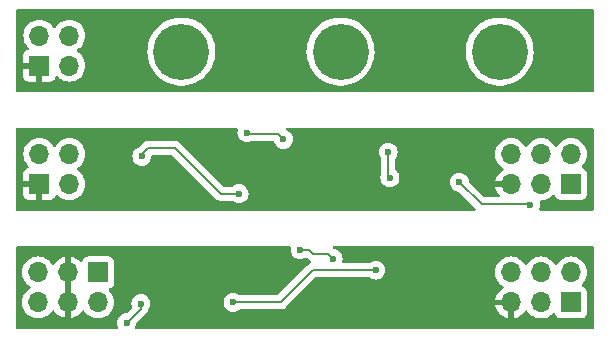
<source format=gbr>
%TF.GenerationSoftware,KiCad,Pcbnew,8.0.6*%
%TF.CreationDate,2024-11-25T15:59:32+01:00*%
%TF.ProjectId,EMG_amplifier,454d475f-616d-4706-9c69-666965722e6b,rev?*%
%TF.SameCoordinates,Original*%
%TF.FileFunction,Copper,L2,Bot*%
%TF.FilePolarity,Positive*%
%FSLAX46Y46*%
G04 Gerber Fmt 4.6, Leading zero omitted, Abs format (unit mm)*
G04 Created by KiCad (PCBNEW 8.0.6) date 2024-11-25 15:59:32*
%MOMM*%
%LPD*%
G01*
G04 APERTURE LIST*
%TA.AperFunction,ComponentPad*%
%ADD10R,1.700000X1.700000*%
%TD*%
%TA.AperFunction,ComponentPad*%
%ADD11O,1.700000X1.700000*%
%TD*%
%TA.AperFunction,ComponentPad*%
%ADD12C,4.750000*%
%TD*%
%TA.AperFunction,ViaPad*%
%ADD13C,0.600000*%
%TD*%
%TA.AperFunction,Conductor*%
%ADD14C,0.200000*%
%TD*%
G04 APERTURE END LIST*
D10*
%TO.P,J4,1,Pin_1*%
%TO.N,/Filtering_Board/+V_DD*%
X59528000Y-27294600D03*
D11*
%TO.P,J4,2,Pin_2*%
%TO.N,/Filtering_Board/V_F1*%
X59528000Y-24754600D03*
%TO.P,J4,3,Pin_3*%
%TO.N,/Filtering_Board/V_CM*%
X56988000Y-27294600D03*
%TO.P,J4,4,Pin_4*%
%TO.N,/Filtering_Board/V_F2*%
X56988000Y-24754600D03*
%TO.P,J4,5,Pin_5*%
%TO.N,GND*%
X54448000Y-27294600D03*
%TO.P,J4,6,Pin_6*%
%TO.N,unconnected-(J4-Pin_6-Pad6)*%
X54448000Y-24754600D03*
%TD*%
D10*
%TO.P,J7,1,Pin_1*%
%TO.N,unconnected-(J7-Pin_1-Pad1)*%
X19487400Y-34764800D03*
D11*
%TO.P,J7,2,Pin_2*%
%TO.N,/Processing_Board/V_EMG_OUT*%
X19487400Y-37304800D03*
%TO.P,J7,3,Pin_3*%
%TO.N,GND*%
X16947400Y-34764800D03*
%TO.P,J7,4,Pin_4*%
X16947400Y-37304800D03*
%TO.P,J7,5,Pin_5*%
%TO.N,+1V8*%
X14407400Y-34764800D03*
%TO.P,J7,6,Pin_6*%
X14407400Y-37304800D03*
%TD*%
D12*
%TO.P,E3,1,Pin_1*%
%TO.N,/Electrode_Board/V_E2*%
X26531600Y-16067200D03*
%TD*%
%TO.P,E2,1,Pin_1*%
%TO.N,/Electrode_Board/V_ER*%
X40000400Y-16067200D03*
%TD*%
%TO.P,E1,1,Pin_1*%
%TO.N,/Electrode_Board/V_E1*%
X53469200Y-16067200D03*
%TD*%
D10*
%TO.P,J1,1,Pin_1*%
%TO.N,GND*%
X14498800Y-17255000D03*
D11*
%TO.P,J1,2,Pin_2*%
%TO.N,/Electrode_Board/V_I1*%
X17038800Y-17255000D03*
%TO.P,J1,3,Pin_3*%
%TO.N,/Electrode_Board/V_PR*%
X14498800Y-14715000D03*
%TO.P,J1,4,Pin_4*%
%TO.N,/Electrode_Board/V_I2*%
X17038800Y-14715000D03*
%TD*%
D10*
%TO.P,J3,1,Pin_1*%
%TO.N,+1V8*%
X59528000Y-37309400D03*
D11*
%TO.P,J3,2,Pin_2*%
%TO.N,/Processing_Board/V_F1*%
X59528000Y-34769400D03*
%TO.P,J3,3,Pin_3*%
%TO.N,/Processing_Board/V_CM*%
X56988000Y-37309400D03*
%TO.P,J3,4,Pin_4*%
%TO.N,/Processing_Board/V_F2*%
X56988000Y-34769400D03*
%TO.P,J3,5,Pin_5*%
%TO.N,GND*%
X54448000Y-37309400D03*
%TO.P,J3,6,Pin_6*%
%TO.N,unconnected-(J3-Pin_6-Pad6)*%
X54448000Y-34769400D03*
%TD*%
D10*
%TO.P,J2,1,Pin_1*%
%TO.N,GND*%
X14498800Y-27294600D03*
D11*
%TO.P,J2,2,Pin_2*%
%TO.N,/Filtering_Board/V_I2*%
X17038800Y-27294600D03*
%TO.P,J2,3,Pin_3*%
%TO.N,/Filtering_Board/V_PR*%
X14498800Y-24754600D03*
%TO.P,J2,4,Pin_4*%
%TO.N,/Filtering_Board/V_I1*%
X17038800Y-24754600D03*
%TD*%
D13*
%TO.N,GND*%
X32750000Y-15780000D03*
X21100000Y-14640000D03*
X33550000Y-24370000D03*
X27664550Y-34250000D03*
X14498800Y-19050000D03*
X46470000Y-24660000D03*
X38860000Y-25850000D03*
X52650000Y-33000000D03*
X52474500Y-27694500D03*
X45300000Y-36550000D03*
X51800000Y-25550000D03*
X42140000Y-23560000D03*
X20645000Y-23830000D03*
X25780000Y-36600000D03*
X43620000Y-36530000D03*
X20600000Y-28650000D03*
X52840000Y-38040000D03*
X30110000Y-33090000D03*
X48560000Y-27990000D03*
X47290000Y-15700000D03*
X14513600Y-29109000D03*
X39560000Y-35660000D03*
X34250000Y-34380000D03*
X29694550Y-35960000D03*
X23100000Y-28710000D03*
%TO.N,/Filtering_Board/V_PR*%
X32065000Y-22930000D03*
X35170000Y-23500000D03*
%TO.N,/Processing_Board/LPF_400Hz/V_EMG_INA*%
X30900000Y-37300000D03*
X42980000Y-34570000D03*
%TO.N,Net-(U3-IN+)*%
X39380000Y-33600000D03*
X36600000Y-32840600D03*
%TO.N,+1V8*%
X23100000Y-37400000D03*
X21900000Y-39020000D03*
%TO.N,Net-(U8--INA)*%
X23180000Y-24940000D03*
X31410000Y-28100000D03*
%TO.N,/Filtering_Board/V_CM*%
X56080000Y-29020000D03*
X50060000Y-27120000D03*
%TO.N,/Filtering_Board/+V_DD*%
X44185000Y-26735000D03*
X44040000Y-24580000D03*
%TD*%
D14*
%TO.N,Net-(U8--INA)*%
X25960000Y-24200000D02*
X29860000Y-28100000D01*
X29860000Y-28100000D02*
X31410000Y-28100000D01*
X23730000Y-24200000D02*
X25960000Y-24200000D01*
X23180000Y-24750000D02*
X23730000Y-24200000D01*
X23180000Y-24940000D02*
X23180000Y-24750000D01*
%TO.N,/Filtering_Board/V_PR*%
X34730000Y-23060000D02*
X35170000Y-23500000D01*
X32065000Y-22930000D02*
X32195000Y-23060000D01*
X32195000Y-23060000D02*
X34730000Y-23060000D01*
%TO.N,/Processing_Board/LPF_400Hz/V_EMG_INA*%
X34920000Y-37300000D02*
X37670000Y-34550000D01*
X30900000Y-37300000D02*
X34920000Y-37300000D01*
X42960000Y-34550000D02*
X42980000Y-34570000D01*
X37670000Y-34550000D02*
X42960000Y-34550000D01*
%TO.N,+1V8*%
X23100000Y-37400000D02*
X23100000Y-37820000D01*
X23100000Y-37820000D02*
X21900000Y-39020000D01*
%TO.N,/Filtering_Board/V_CM*%
X51942000Y-29002000D02*
X56062000Y-29002000D01*
X50060000Y-27120000D02*
X51942000Y-29002000D01*
X56062000Y-29002000D02*
X56080000Y-29020000D01*
%TO.N,/Filtering_Board/+V_DD*%
X44185000Y-26735000D02*
X44040000Y-26590000D01*
X44040000Y-26590000D02*
X44040000Y-24580000D01*
%TO.N,Net-(U3-IN+)*%
X39380000Y-33600000D02*
X38970000Y-33190000D01*
X37329400Y-32840600D02*
X36600000Y-32840600D01*
X38970000Y-33190000D02*
X37678800Y-33190000D01*
X37678800Y-33190000D02*
X37329400Y-32840600D01*
%TD*%
%TA.AperFunction,Conductor*%
%TO.N,GND*%
G36*
X61413939Y-12520185D02*
G01*
X61459694Y-12572989D01*
X61470900Y-12624500D01*
X61470900Y-19376500D01*
X61451215Y-19443539D01*
X61398411Y-19489294D01*
X61346900Y-19500500D01*
X12624500Y-19500500D01*
X12557461Y-19480815D01*
X12511706Y-19428011D01*
X12500500Y-19376500D01*
X12500500Y-14714999D01*
X13143141Y-14714999D01*
X13143141Y-14715000D01*
X13163736Y-14950403D01*
X13163738Y-14950413D01*
X13224894Y-15178655D01*
X13224896Y-15178659D01*
X13224897Y-15178663D01*
X13228800Y-15187032D01*
X13324765Y-15392830D01*
X13324767Y-15392834D01*
X13433081Y-15547521D01*
X13460301Y-15586396D01*
X13460306Y-15586402D01*
X13582618Y-15708714D01*
X13616103Y-15770037D01*
X13611119Y-15839729D01*
X13569247Y-15895662D01*
X13538271Y-15912577D01*
X13406712Y-15961646D01*
X13406706Y-15961649D01*
X13291612Y-16047809D01*
X13291609Y-16047812D01*
X13205449Y-16162906D01*
X13205445Y-16162913D01*
X13155203Y-16297620D01*
X13155201Y-16297627D01*
X13148800Y-16357155D01*
X13148800Y-17005000D01*
X14065788Y-17005000D01*
X14032875Y-17062007D01*
X13998800Y-17189174D01*
X13998800Y-17320826D01*
X14032875Y-17447993D01*
X14065788Y-17505000D01*
X13148800Y-17505000D01*
X13148800Y-18152844D01*
X13155201Y-18212372D01*
X13155203Y-18212379D01*
X13205445Y-18347086D01*
X13205449Y-18347093D01*
X13291609Y-18462187D01*
X13291612Y-18462190D01*
X13406706Y-18548350D01*
X13406713Y-18548354D01*
X13541420Y-18598596D01*
X13541427Y-18598598D01*
X13600955Y-18604999D01*
X13600972Y-18605000D01*
X14248800Y-18605000D01*
X14248800Y-17688012D01*
X14305807Y-17720925D01*
X14432974Y-17755000D01*
X14564626Y-17755000D01*
X14691793Y-17720925D01*
X14748800Y-17688012D01*
X14748800Y-18605000D01*
X15396628Y-18605000D01*
X15396644Y-18604999D01*
X15456172Y-18598598D01*
X15456179Y-18598596D01*
X15590886Y-18548354D01*
X15590893Y-18548350D01*
X15705987Y-18462190D01*
X15705990Y-18462187D01*
X15792150Y-18347093D01*
X15792154Y-18347086D01*
X15841222Y-18215529D01*
X15883093Y-18159595D01*
X15948557Y-18135178D01*
X16016830Y-18150030D01*
X16045085Y-18171181D01*
X16167399Y-18293495D01*
X16243935Y-18347086D01*
X16360965Y-18429032D01*
X16360967Y-18429033D01*
X16360970Y-18429035D01*
X16575137Y-18528903D01*
X16803392Y-18590063D01*
X16974119Y-18605000D01*
X17038799Y-18610659D01*
X17038800Y-18610659D01*
X17038801Y-18610659D01*
X17103481Y-18605000D01*
X17274208Y-18590063D01*
X17502463Y-18528903D01*
X17716630Y-18429035D01*
X17910201Y-18293495D01*
X18077295Y-18126401D01*
X18212835Y-17932830D01*
X18312703Y-17718663D01*
X18373863Y-17490408D01*
X18394459Y-17255000D01*
X18373863Y-17019592D01*
X18312703Y-16791337D01*
X18212835Y-16577171D01*
X18077295Y-16383599D01*
X18077294Y-16383597D01*
X17910202Y-16216506D01*
X17910196Y-16216501D01*
X17724642Y-16086575D01*
X17709152Y-16067196D01*
X23651227Y-16067196D01*
X23651227Y-16067203D01*
X23670703Y-16401591D01*
X23670704Y-16401602D01*
X23728864Y-16731442D01*
X23728867Y-16731456D01*
X23728868Y-16731460D01*
X23746117Y-16789075D01*
X23824934Y-17052345D01*
X23957601Y-17359900D01*
X23957607Y-17359913D01*
X24125086Y-17649996D01*
X24325102Y-17918664D01*
X24325107Y-17918670D01*
X24443820Y-18044498D01*
X24554968Y-18162307D01*
X24554974Y-18162312D01*
X24554976Y-18162314D01*
X24811558Y-18377612D01*
X24811566Y-18377618D01*
X25091409Y-18561674D01*
X25091413Y-18561676D01*
X25390743Y-18712005D01*
X25705500Y-18826567D01*
X25705506Y-18826568D01*
X25705508Y-18826569D01*
X26031412Y-18903811D01*
X26031419Y-18903812D01*
X26031428Y-18903814D01*
X26364121Y-18942700D01*
X26364128Y-18942700D01*
X26699072Y-18942700D01*
X26699079Y-18942700D01*
X27031772Y-18903814D01*
X27031781Y-18903811D01*
X27031787Y-18903811D01*
X27294676Y-18841504D01*
X27357700Y-18826567D01*
X27672457Y-18712005D01*
X27971787Y-18561676D01*
X28251639Y-18377614D01*
X28508232Y-18162307D01*
X28738094Y-17918668D01*
X28938117Y-17649991D01*
X29105595Y-17359909D01*
X29238265Y-17052346D01*
X29334332Y-16731460D01*
X29392497Y-16401591D01*
X29411772Y-16070659D01*
X29411973Y-16067203D01*
X29411973Y-16067196D01*
X37120027Y-16067196D01*
X37120027Y-16067203D01*
X37139503Y-16401591D01*
X37139504Y-16401602D01*
X37197664Y-16731442D01*
X37197667Y-16731456D01*
X37197668Y-16731460D01*
X37214917Y-16789075D01*
X37293734Y-17052345D01*
X37426401Y-17359900D01*
X37426407Y-17359913D01*
X37593886Y-17649996D01*
X37793902Y-17918664D01*
X37793907Y-17918670D01*
X37912620Y-18044498D01*
X38023768Y-18162307D01*
X38023774Y-18162312D01*
X38023776Y-18162314D01*
X38280358Y-18377612D01*
X38280366Y-18377618D01*
X38560209Y-18561674D01*
X38560213Y-18561676D01*
X38859543Y-18712005D01*
X39174300Y-18826567D01*
X39174306Y-18826568D01*
X39174308Y-18826569D01*
X39500212Y-18903811D01*
X39500219Y-18903812D01*
X39500228Y-18903814D01*
X39832921Y-18942700D01*
X39832928Y-18942700D01*
X40167872Y-18942700D01*
X40167879Y-18942700D01*
X40500572Y-18903814D01*
X40500581Y-18903811D01*
X40500587Y-18903811D01*
X40763476Y-18841504D01*
X40826500Y-18826567D01*
X41141257Y-18712005D01*
X41440587Y-18561676D01*
X41720439Y-18377614D01*
X41977032Y-18162307D01*
X42206894Y-17918668D01*
X42406917Y-17649991D01*
X42574395Y-17359909D01*
X42707065Y-17052346D01*
X42803132Y-16731460D01*
X42861297Y-16401591D01*
X42880572Y-16070659D01*
X42880773Y-16067203D01*
X42880773Y-16067196D01*
X50588827Y-16067196D01*
X50588827Y-16067203D01*
X50608303Y-16401591D01*
X50608304Y-16401602D01*
X50666464Y-16731442D01*
X50666467Y-16731456D01*
X50666468Y-16731460D01*
X50683717Y-16789075D01*
X50762534Y-17052345D01*
X50895201Y-17359900D01*
X50895207Y-17359913D01*
X51062686Y-17649996D01*
X51262702Y-17918664D01*
X51262707Y-17918670D01*
X51381420Y-18044498D01*
X51492568Y-18162307D01*
X51492574Y-18162312D01*
X51492576Y-18162314D01*
X51749158Y-18377612D01*
X51749166Y-18377618D01*
X52029009Y-18561674D01*
X52029013Y-18561676D01*
X52328343Y-18712005D01*
X52643100Y-18826567D01*
X52643106Y-18826568D01*
X52643108Y-18826569D01*
X52969012Y-18903811D01*
X52969019Y-18903812D01*
X52969028Y-18903814D01*
X53301721Y-18942700D01*
X53301728Y-18942700D01*
X53636672Y-18942700D01*
X53636679Y-18942700D01*
X53969372Y-18903814D01*
X53969381Y-18903811D01*
X53969387Y-18903811D01*
X54232276Y-18841504D01*
X54295300Y-18826567D01*
X54610057Y-18712005D01*
X54909387Y-18561676D01*
X55189239Y-18377614D01*
X55445832Y-18162307D01*
X55675694Y-17918668D01*
X55875717Y-17649991D01*
X56043195Y-17359909D01*
X56175865Y-17052346D01*
X56271932Y-16731460D01*
X56330097Y-16401591D01*
X56349372Y-16070659D01*
X56349573Y-16067203D01*
X56349573Y-16067196D01*
X56338869Y-15883425D01*
X56330097Y-15732809D01*
X56271932Y-15402940D01*
X56175865Y-15082054D01*
X56043195Y-14774491D01*
X55875717Y-14484409D01*
X55872131Y-14479592D01*
X55675697Y-14215735D01*
X55675692Y-14215729D01*
X55564546Y-14097923D01*
X55445832Y-13972093D01*
X55445825Y-13972087D01*
X55445823Y-13972085D01*
X55189241Y-13756787D01*
X55189233Y-13756781D01*
X54909390Y-13572725D01*
X54610064Y-13422398D01*
X54610058Y-13422395D01*
X54295312Y-13307837D01*
X54295291Y-13307830D01*
X53969387Y-13230588D01*
X53969372Y-13230586D01*
X53636679Y-13191700D01*
X53301721Y-13191700D01*
X53010614Y-13225725D01*
X52969027Y-13230586D01*
X52969012Y-13230588D01*
X52643108Y-13307830D01*
X52643087Y-13307837D01*
X52328341Y-13422395D01*
X52328335Y-13422398D01*
X52029009Y-13572725D01*
X51749166Y-13756781D01*
X51749158Y-13756787D01*
X51492576Y-13972085D01*
X51492566Y-13972095D01*
X51262707Y-14215729D01*
X51262702Y-14215735D01*
X51062686Y-14484403D01*
X50895207Y-14774486D01*
X50895201Y-14774499D01*
X50762534Y-15082054D01*
X50666467Y-15402943D01*
X50666464Y-15402957D01*
X50608304Y-15732797D01*
X50608303Y-15732808D01*
X50588827Y-16067196D01*
X42880773Y-16067196D01*
X42870069Y-15883425D01*
X42861297Y-15732809D01*
X42803132Y-15402940D01*
X42707065Y-15082054D01*
X42574395Y-14774491D01*
X42406917Y-14484409D01*
X42403331Y-14479592D01*
X42206897Y-14215735D01*
X42206892Y-14215729D01*
X42095746Y-14097923D01*
X41977032Y-13972093D01*
X41977025Y-13972087D01*
X41977023Y-13972085D01*
X41720441Y-13756787D01*
X41720433Y-13756781D01*
X41440590Y-13572725D01*
X41141264Y-13422398D01*
X41141258Y-13422395D01*
X40826512Y-13307837D01*
X40826491Y-13307830D01*
X40500587Y-13230588D01*
X40500572Y-13230586D01*
X40167879Y-13191700D01*
X39832921Y-13191700D01*
X39541814Y-13225725D01*
X39500227Y-13230586D01*
X39500212Y-13230588D01*
X39174308Y-13307830D01*
X39174287Y-13307837D01*
X38859541Y-13422395D01*
X38859535Y-13422398D01*
X38560209Y-13572725D01*
X38280366Y-13756781D01*
X38280358Y-13756787D01*
X38023776Y-13972085D01*
X38023766Y-13972095D01*
X37793907Y-14215729D01*
X37793902Y-14215735D01*
X37593886Y-14484403D01*
X37426407Y-14774486D01*
X37426401Y-14774499D01*
X37293734Y-15082054D01*
X37197667Y-15402943D01*
X37197664Y-15402957D01*
X37139504Y-15732797D01*
X37139503Y-15732808D01*
X37120027Y-16067196D01*
X29411973Y-16067196D01*
X29401269Y-15883425D01*
X29392497Y-15732809D01*
X29334332Y-15402940D01*
X29238265Y-15082054D01*
X29105595Y-14774491D01*
X28938117Y-14484409D01*
X28934531Y-14479592D01*
X28738097Y-14215735D01*
X28738092Y-14215729D01*
X28626946Y-14097923D01*
X28508232Y-13972093D01*
X28508225Y-13972087D01*
X28508223Y-13972085D01*
X28251641Y-13756787D01*
X28251633Y-13756781D01*
X27971790Y-13572725D01*
X27672464Y-13422398D01*
X27672458Y-13422395D01*
X27357712Y-13307837D01*
X27357691Y-13307830D01*
X27031787Y-13230588D01*
X27031772Y-13230586D01*
X26699079Y-13191700D01*
X26364121Y-13191700D01*
X26073014Y-13225725D01*
X26031427Y-13230586D01*
X26031412Y-13230588D01*
X25705508Y-13307830D01*
X25705487Y-13307837D01*
X25390741Y-13422395D01*
X25390735Y-13422398D01*
X25091409Y-13572725D01*
X24811566Y-13756781D01*
X24811558Y-13756787D01*
X24554976Y-13972085D01*
X24554966Y-13972095D01*
X24325107Y-14215729D01*
X24325102Y-14215735D01*
X24125086Y-14484403D01*
X23957607Y-14774486D01*
X23957601Y-14774499D01*
X23824934Y-15082054D01*
X23728867Y-15402943D01*
X23728864Y-15402957D01*
X23670704Y-15732797D01*
X23670703Y-15732808D01*
X23651227Y-16067196D01*
X17709152Y-16067196D01*
X17681017Y-16031998D01*
X17673823Y-15962500D01*
X17705346Y-15900145D01*
X17724642Y-15883425D01*
X17836300Y-15805241D01*
X17910201Y-15753495D01*
X18077295Y-15586401D01*
X18212835Y-15392830D01*
X18312703Y-15178663D01*
X18373863Y-14950408D01*
X18394459Y-14715000D01*
X18373863Y-14479592D01*
X18312703Y-14251337D01*
X18212835Y-14037171D01*
X18207225Y-14029158D01*
X18077294Y-13843597D01*
X17910202Y-13676506D01*
X17910195Y-13676501D01*
X17716634Y-13540967D01*
X17716630Y-13540965D01*
X17716628Y-13540964D01*
X17502463Y-13441097D01*
X17502459Y-13441096D01*
X17502455Y-13441094D01*
X17274213Y-13379938D01*
X17274203Y-13379936D01*
X17038801Y-13359341D01*
X17038799Y-13359341D01*
X16803396Y-13379936D01*
X16803386Y-13379938D01*
X16575144Y-13441094D01*
X16575135Y-13441098D01*
X16360971Y-13540964D01*
X16360969Y-13540965D01*
X16167397Y-13676505D01*
X16000305Y-13843597D01*
X15870375Y-14029158D01*
X15815798Y-14072783D01*
X15746300Y-14079977D01*
X15683945Y-14048454D01*
X15667225Y-14029158D01*
X15537294Y-13843597D01*
X15370202Y-13676506D01*
X15370195Y-13676501D01*
X15176634Y-13540967D01*
X15176630Y-13540965D01*
X15176628Y-13540964D01*
X14962463Y-13441097D01*
X14962459Y-13441096D01*
X14962455Y-13441094D01*
X14734213Y-13379938D01*
X14734203Y-13379936D01*
X14498801Y-13359341D01*
X14498799Y-13359341D01*
X14263396Y-13379936D01*
X14263386Y-13379938D01*
X14035144Y-13441094D01*
X14035135Y-13441098D01*
X13820971Y-13540964D01*
X13820969Y-13540965D01*
X13627397Y-13676505D01*
X13460305Y-13843597D01*
X13324765Y-14037169D01*
X13324764Y-14037171D01*
X13224898Y-14251335D01*
X13224894Y-14251344D01*
X13163738Y-14479586D01*
X13163736Y-14479596D01*
X13143141Y-14714999D01*
X12500500Y-14714999D01*
X12500500Y-12624500D01*
X12520185Y-12557461D01*
X12572989Y-12511706D01*
X12624500Y-12500500D01*
X61346900Y-12500500D01*
X61413939Y-12520185D01*
G37*
%TD.AperFunction*%
%TD*%
%TA.AperFunction,Conductor*%
%TO.N,GND*%
G36*
X17197400Y-36871788D02*
G01*
X17140393Y-36838875D01*
X17013226Y-36804800D01*
X16881574Y-36804800D01*
X16754407Y-36838875D01*
X16697400Y-36871788D01*
X16697400Y-35197812D01*
X16754407Y-35230725D01*
X16881574Y-35264800D01*
X17013226Y-35264800D01*
X17140393Y-35230725D01*
X17197400Y-35197812D01*
X17197400Y-36871788D01*
G37*
%TD.AperFunction*%
%TA.AperFunction,Conductor*%
G36*
X35756463Y-32560785D02*
G01*
X35802218Y-32613589D01*
X35812644Y-32678983D01*
X35794435Y-32840596D01*
X35794435Y-32840603D01*
X35814630Y-33019849D01*
X35814631Y-33019854D01*
X35874211Y-33190123D01*
X35912134Y-33250476D01*
X35970184Y-33342862D01*
X36097738Y-33470416D01*
X36176727Y-33520048D01*
X36238266Y-33558716D01*
X36250478Y-33566389D01*
X36420745Y-33625968D01*
X36420750Y-33625969D01*
X36599996Y-33646165D01*
X36600000Y-33646165D01*
X36600004Y-33646165D01*
X36779249Y-33625969D01*
X36779252Y-33625968D01*
X36779255Y-33625968D01*
X36949522Y-33566389D01*
X37023273Y-33520047D01*
X37090509Y-33501048D01*
X37157345Y-33521415D01*
X37176926Y-33537361D01*
X37193939Y-33554374D01*
X37193949Y-33554385D01*
X37198279Y-33558715D01*
X37198280Y-33558716D01*
X37310084Y-33670520D01*
X37396895Y-33720639D01*
X37396897Y-33720641D01*
X37447012Y-33749576D01*
X37454525Y-33752688D01*
X37453815Y-33754401D01*
X37504683Y-33785398D01*
X37535220Y-33848240D01*
X37526935Y-33917617D01*
X37482457Y-33971501D01*
X37445041Y-33988593D01*
X37438218Y-33990421D01*
X37438215Y-33990423D01*
X37435032Y-33992261D01*
X37301287Y-34069477D01*
X37301282Y-34069481D01*
X37243581Y-34127183D01*
X37189480Y-34181284D01*
X37189478Y-34181286D01*
X35934819Y-35435946D01*
X34707584Y-36663181D01*
X34646261Y-36696666D01*
X34619903Y-36699500D01*
X31482412Y-36699500D01*
X31415373Y-36679815D01*
X31405097Y-36672445D01*
X31402263Y-36670185D01*
X31402262Y-36670184D01*
X31321432Y-36619395D01*
X31249523Y-36574211D01*
X31079254Y-36514631D01*
X31079249Y-36514630D01*
X30900004Y-36494435D01*
X30899996Y-36494435D01*
X30720750Y-36514630D01*
X30720745Y-36514631D01*
X30550476Y-36574211D01*
X30397737Y-36670184D01*
X30270184Y-36797737D01*
X30174211Y-36950476D01*
X30114631Y-37120745D01*
X30114630Y-37120750D01*
X30094435Y-37299996D01*
X30094435Y-37300003D01*
X30114630Y-37479249D01*
X30114631Y-37479254D01*
X30174211Y-37649523D01*
X30270184Y-37802262D01*
X30397738Y-37929816D01*
X30550478Y-38025789D01*
X30720745Y-38085368D01*
X30720750Y-38085369D01*
X30899996Y-38105565D01*
X30900000Y-38105565D01*
X30900004Y-38105565D01*
X31079249Y-38085369D01*
X31079252Y-38085368D01*
X31079255Y-38085368D01*
X31249522Y-38025789D01*
X31402262Y-37929816D01*
X31402267Y-37929810D01*
X31405097Y-37927555D01*
X31407275Y-37926665D01*
X31408158Y-37926111D01*
X31408255Y-37926265D01*
X31469783Y-37901145D01*
X31482412Y-37900500D01*
X34833331Y-37900500D01*
X34833347Y-37900501D01*
X34840943Y-37900501D01*
X34999054Y-37900501D01*
X34999057Y-37900501D01*
X35151785Y-37859577D01*
X35201904Y-37830639D01*
X35288716Y-37780520D01*
X35400520Y-37668716D01*
X35400520Y-37668714D01*
X35410728Y-37658507D01*
X35410729Y-37658504D01*
X37882416Y-35186819D01*
X37943739Y-35153334D01*
X37970097Y-35150500D01*
X42377060Y-35150500D01*
X42444099Y-35170185D01*
X42464741Y-35186819D01*
X42477738Y-35199816D01*
X42630478Y-35295789D01*
X42800745Y-35355368D01*
X42800750Y-35355369D01*
X42979996Y-35375565D01*
X42980000Y-35375565D01*
X42980004Y-35375565D01*
X43159249Y-35355369D01*
X43159252Y-35355368D01*
X43159255Y-35355368D01*
X43329522Y-35295789D01*
X43482262Y-35199816D01*
X43609816Y-35072262D01*
X43705789Y-34919522D01*
X43758319Y-34769399D01*
X53092341Y-34769399D01*
X53092341Y-34769400D01*
X53112936Y-35004803D01*
X53112938Y-35004813D01*
X53174094Y-35233055D01*
X53174096Y-35233059D01*
X53174097Y-35233063D01*
X53240547Y-35375565D01*
X53273965Y-35447230D01*
X53273967Y-35447234D01*
X53382281Y-35601921D01*
X53409505Y-35640801D01*
X53576599Y-35807895D01*
X53743439Y-35924718D01*
X53762594Y-35938130D01*
X53806219Y-35992707D01*
X53813413Y-36062205D01*
X53781890Y-36124560D01*
X53762595Y-36141280D01*
X53576922Y-36271290D01*
X53576920Y-36271291D01*
X53409891Y-36438320D01*
X53409886Y-36438326D01*
X53274400Y-36631820D01*
X53274399Y-36631822D01*
X53174570Y-36845907D01*
X53174567Y-36845913D01*
X53117364Y-37059399D01*
X53117364Y-37059400D01*
X54014988Y-37059400D01*
X53982075Y-37116407D01*
X53948000Y-37243574D01*
X53948000Y-37375226D01*
X53982075Y-37502393D01*
X54014988Y-37559400D01*
X53117364Y-37559400D01*
X53174567Y-37772886D01*
X53174570Y-37772892D01*
X53274399Y-37986978D01*
X53409894Y-38180482D01*
X53576917Y-38347505D01*
X53770421Y-38483000D01*
X53984507Y-38582829D01*
X53984516Y-38582833D01*
X54198000Y-38640034D01*
X54198000Y-37742412D01*
X54255007Y-37775325D01*
X54382174Y-37809400D01*
X54513826Y-37809400D01*
X54640993Y-37775325D01*
X54698000Y-37742412D01*
X54698000Y-38640033D01*
X54911483Y-38582833D01*
X54911492Y-38582829D01*
X55125578Y-38483000D01*
X55319082Y-38347505D01*
X55486105Y-38180482D01*
X55616119Y-37994805D01*
X55670696Y-37951181D01*
X55740195Y-37943988D01*
X55802549Y-37975510D01*
X55819269Y-37994805D01*
X55949505Y-38180801D01*
X56116599Y-38347895D01*
X56213384Y-38415665D01*
X56310165Y-38483432D01*
X56310167Y-38483433D01*
X56310170Y-38483435D01*
X56524337Y-38583303D01*
X56752592Y-38644463D01*
X56929034Y-38659900D01*
X56987999Y-38665059D01*
X56988000Y-38665059D01*
X56988001Y-38665059D01*
X57046966Y-38659900D01*
X57223408Y-38644463D01*
X57451663Y-38583303D01*
X57665830Y-38483435D01*
X57859401Y-38347895D01*
X57981329Y-38225966D01*
X58042648Y-38192484D01*
X58112340Y-38197468D01*
X58168274Y-38239339D01*
X58185189Y-38270317D01*
X58234202Y-38401728D01*
X58234206Y-38401735D01*
X58320452Y-38516944D01*
X58320455Y-38516947D01*
X58435664Y-38603193D01*
X58435671Y-38603197D01*
X58570517Y-38653491D01*
X58570516Y-38653491D01*
X58577444Y-38654235D01*
X58630127Y-38659900D01*
X60425872Y-38659899D01*
X60485483Y-38653491D01*
X60620331Y-38603196D01*
X60735546Y-38516946D01*
X60821796Y-38401731D01*
X60872091Y-38266883D01*
X60878500Y-38207273D01*
X60878499Y-36411528D01*
X60872091Y-36351917D01*
X60870810Y-36348483D01*
X60821797Y-36217071D01*
X60821793Y-36217064D01*
X60735547Y-36101855D01*
X60735544Y-36101852D01*
X60620335Y-36015606D01*
X60620328Y-36015602D01*
X60488917Y-35966589D01*
X60432983Y-35924718D01*
X60408566Y-35859253D01*
X60423418Y-35790980D01*
X60444563Y-35762732D01*
X60566495Y-35640801D01*
X60702035Y-35447230D01*
X60801903Y-35233063D01*
X60863063Y-35004808D01*
X60883659Y-34769400D01*
X60883256Y-34764799D01*
X60866371Y-34571807D01*
X60863063Y-34533992D01*
X60801903Y-34305737D01*
X60702035Y-34091571D01*
X60696425Y-34083558D01*
X60566494Y-33897997D01*
X60399402Y-33730906D01*
X60399395Y-33730901D01*
X60393375Y-33726686D01*
X60315939Y-33672464D01*
X60205834Y-33595367D01*
X60205830Y-33595365D01*
X60143691Y-33566389D01*
X59991663Y-33495497D01*
X59991659Y-33495496D01*
X59991655Y-33495494D01*
X59763413Y-33434338D01*
X59763403Y-33434336D01*
X59528001Y-33413741D01*
X59527999Y-33413741D01*
X59292596Y-33434336D01*
X59292586Y-33434338D01*
X59064344Y-33495494D01*
X59064335Y-33495498D01*
X58850171Y-33595364D01*
X58850169Y-33595365D01*
X58656597Y-33730905D01*
X58489505Y-33897997D01*
X58359575Y-34083558D01*
X58304998Y-34127183D01*
X58235500Y-34134377D01*
X58173145Y-34102854D01*
X58156425Y-34083558D01*
X58026494Y-33897997D01*
X57859402Y-33730906D01*
X57859395Y-33730901D01*
X57853375Y-33726686D01*
X57775939Y-33672464D01*
X57665834Y-33595367D01*
X57665830Y-33595365D01*
X57603691Y-33566389D01*
X57451663Y-33495497D01*
X57451659Y-33495496D01*
X57451655Y-33495494D01*
X57223413Y-33434338D01*
X57223403Y-33434336D01*
X56988001Y-33413741D01*
X56987999Y-33413741D01*
X56752596Y-33434336D01*
X56752586Y-33434338D01*
X56524344Y-33495494D01*
X56524335Y-33495498D01*
X56310171Y-33595364D01*
X56310169Y-33595365D01*
X56116597Y-33730905D01*
X55949505Y-33897997D01*
X55819575Y-34083558D01*
X55764998Y-34127183D01*
X55695500Y-34134377D01*
X55633145Y-34102854D01*
X55616425Y-34083558D01*
X55486494Y-33897997D01*
X55319402Y-33730906D01*
X55319395Y-33730901D01*
X55313375Y-33726686D01*
X55235939Y-33672464D01*
X55125834Y-33595367D01*
X55125830Y-33595365D01*
X55063691Y-33566389D01*
X54911663Y-33495497D01*
X54911659Y-33495496D01*
X54911655Y-33495494D01*
X54683413Y-33434338D01*
X54683403Y-33434336D01*
X54448001Y-33413741D01*
X54447999Y-33413741D01*
X54212596Y-33434336D01*
X54212586Y-33434338D01*
X53984344Y-33495494D01*
X53984335Y-33495498D01*
X53770171Y-33595364D01*
X53770169Y-33595365D01*
X53576597Y-33730905D01*
X53409505Y-33897997D01*
X53273965Y-34091569D01*
X53273964Y-34091571D01*
X53174098Y-34305735D01*
X53174094Y-34305744D01*
X53112938Y-34533986D01*
X53112936Y-34533996D01*
X53092341Y-34769399D01*
X43758319Y-34769399D01*
X43765368Y-34749255D01*
X43765369Y-34749249D01*
X43785565Y-34570003D01*
X43785565Y-34569996D01*
X43765369Y-34390750D01*
X43765368Y-34390745D01*
X43733221Y-34298875D01*
X43705789Y-34220478D01*
X43609816Y-34067738D01*
X43482262Y-33940184D01*
X43329523Y-33844211D01*
X43159254Y-33784631D01*
X43159249Y-33784630D01*
X42980004Y-33764435D01*
X42979996Y-33764435D01*
X42800750Y-33784630D01*
X42800745Y-33784631D01*
X42630477Y-33844211D01*
X42578277Y-33877011D01*
X42494241Y-33929815D01*
X42493160Y-33930494D01*
X42427188Y-33949500D01*
X40280559Y-33949500D01*
X40213520Y-33929815D01*
X40167765Y-33877011D01*
X40157821Y-33807853D01*
X40163517Y-33784546D01*
X40165367Y-33779257D01*
X40165368Y-33779255D01*
X40167038Y-33764435D01*
X40185565Y-33600003D01*
X40185565Y-33599996D01*
X40165369Y-33420750D01*
X40165368Y-33420745D01*
X40161308Y-33409141D01*
X40105789Y-33250478D01*
X40009816Y-33097738D01*
X39882262Y-32970184D01*
X39729521Y-32874210D01*
X39559249Y-32814630D01*
X39472331Y-32804837D01*
X39407917Y-32777770D01*
X39398534Y-32769298D01*
X39382017Y-32752781D01*
X39348532Y-32691458D01*
X39353516Y-32621766D01*
X39395388Y-32565833D01*
X39460852Y-32541416D01*
X39469698Y-32541100D01*
X61346900Y-32541100D01*
X61413939Y-32560785D01*
X61459694Y-32613589D01*
X61470900Y-32665100D01*
X61470900Y-39412100D01*
X61451215Y-39479139D01*
X61398411Y-39524894D01*
X61346900Y-39536100D01*
X22742263Y-39536100D01*
X22675224Y-39516415D01*
X22629469Y-39463611D01*
X22619525Y-39394453D01*
X22625221Y-39371146D01*
X22637714Y-39335441D01*
X22685368Y-39199255D01*
X22695161Y-39112329D01*
X22722226Y-39047918D01*
X22730690Y-39038543D01*
X23468713Y-38300521D01*
X23468716Y-38300520D01*
X23580520Y-38188716D01*
X23630639Y-38101904D01*
X23659577Y-38051785D01*
X23679996Y-37975574D01*
X23712093Y-37919984D01*
X23729816Y-37902262D01*
X23825789Y-37749522D01*
X23885368Y-37579255D01*
X23887605Y-37559400D01*
X23905565Y-37400003D01*
X23905565Y-37399996D01*
X23885369Y-37220750D01*
X23885368Y-37220745D01*
X23850376Y-37120745D01*
X23825789Y-37050478D01*
X23729816Y-36897738D01*
X23602262Y-36770184D01*
X23449523Y-36674211D01*
X23279254Y-36614631D01*
X23279249Y-36614630D01*
X23100004Y-36594435D01*
X23099996Y-36594435D01*
X22920750Y-36614630D01*
X22920745Y-36614631D01*
X22750476Y-36674211D01*
X22597737Y-36770184D01*
X22470184Y-36897737D01*
X22374211Y-37050476D01*
X22314631Y-37220745D01*
X22314630Y-37220750D01*
X22294435Y-37399996D01*
X22294435Y-37400003D01*
X22314630Y-37579246D01*
X22314632Y-37579257D01*
X22334747Y-37636740D01*
X22338309Y-37706519D01*
X22305387Y-37765376D01*
X21881465Y-38189298D01*
X21820142Y-38222783D01*
X21807668Y-38224837D01*
X21720750Y-38234630D01*
X21550478Y-38294210D01*
X21397737Y-38390184D01*
X21270184Y-38517737D01*
X21174211Y-38670476D01*
X21114631Y-38840745D01*
X21114630Y-38840750D01*
X21094435Y-39019996D01*
X21094435Y-39020003D01*
X21114630Y-39199249D01*
X21114631Y-39199254D01*
X21174779Y-39371145D01*
X21178340Y-39440924D01*
X21143611Y-39501552D01*
X21081618Y-39533779D01*
X21057737Y-39536100D01*
X12624500Y-39536100D01*
X12557461Y-39516415D01*
X12511706Y-39463611D01*
X12500500Y-39412100D01*
X12500500Y-34764799D01*
X13051741Y-34764799D01*
X13051741Y-34764800D01*
X13072336Y-35000203D01*
X13072338Y-35000213D01*
X13133494Y-35228455D01*
X13133496Y-35228459D01*
X13133497Y-35228463D01*
X13215549Y-35404423D01*
X13233365Y-35442630D01*
X13233367Y-35442634D01*
X13341681Y-35597321D01*
X13368901Y-35636196D01*
X13368906Y-35636202D01*
X13535997Y-35803293D01*
X13536003Y-35803298D01*
X13721558Y-35933225D01*
X13765183Y-35987802D01*
X13772377Y-36057300D01*
X13740854Y-36119655D01*
X13721558Y-36136375D01*
X13535997Y-36266305D01*
X13368905Y-36433397D01*
X13233365Y-36626969D01*
X13233364Y-36626971D01*
X13133498Y-36841135D01*
X13133494Y-36841144D01*
X13072338Y-37069386D01*
X13072336Y-37069396D01*
X13051741Y-37304799D01*
X13051741Y-37304800D01*
X13072336Y-37540203D01*
X13072338Y-37540213D01*
X13133494Y-37768455D01*
X13133496Y-37768459D01*
X13133497Y-37768463D01*
X13215346Y-37943988D01*
X13233365Y-37982630D01*
X13233367Y-37982634D01*
X13316889Y-38101915D01*
X13368905Y-38176201D01*
X13535999Y-38343295D01*
X13619450Y-38401728D01*
X13729565Y-38478832D01*
X13729567Y-38478833D01*
X13729570Y-38478835D01*
X13943737Y-38578703D01*
X13943743Y-38578704D01*
X13943744Y-38578705D01*
X13960912Y-38583305D01*
X14171992Y-38639863D01*
X14360318Y-38656339D01*
X14407399Y-38660459D01*
X14407400Y-38660459D01*
X14407401Y-38660459D01*
X14446634Y-38657026D01*
X14642808Y-38639863D01*
X14871063Y-38578703D01*
X15085230Y-38478835D01*
X15278801Y-38343295D01*
X15445895Y-38176201D01*
X15576130Y-37990205D01*
X15630707Y-37946581D01*
X15700205Y-37939387D01*
X15762560Y-37970910D01*
X15779279Y-37990205D01*
X15909290Y-38175878D01*
X16076317Y-38342905D01*
X16269821Y-38478400D01*
X16483907Y-38578229D01*
X16483916Y-38578233D01*
X16697400Y-38635434D01*
X16697400Y-37737812D01*
X16754407Y-37770725D01*
X16881574Y-37804800D01*
X17013226Y-37804800D01*
X17140393Y-37770725D01*
X17197400Y-37737812D01*
X17197400Y-38635433D01*
X17410883Y-38578233D01*
X17410892Y-38578229D01*
X17624978Y-38478400D01*
X17818482Y-38342905D01*
X17985505Y-38175882D01*
X18115519Y-37990205D01*
X18170096Y-37946581D01*
X18239595Y-37939388D01*
X18301949Y-37970910D01*
X18318669Y-37990205D01*
X18448905Y-38176201D01*
X18615999Y-38343295D01*
X18699450Y-38401728D01*
X18809565Y-38478832D01*
X18809567Y-38478833D01*
X18809570Y-38478835D01*
X19023737Y-38578703D01*
X19023743Y-38578704D01*
X19023744Y-38578705D01*
X19040912Y-38583305D01*
X19251992Y-38639863D01*
X19440318Y-38656339D01*
X19487399Y-38660459D01*
X19487400Y-38660459D01*
X19487401Y-38660459D01*
X19526634Y-38657026D01*
X19722808Y-38639863D01*
X19951063Y-38578703D01*
X20165230Y-38478835D01*
X20358801Y-38343295D01*
X20525895Y-38176201D01*
X20661435Y-37982630D01*
X20761303Y-37768463D01*
X20822463Y-37540208D01*
X20843059Y-37304800D01*
X20822463Y-37069392D01*
X20762536Y-36845737D01*
X20761305Y-36841144D01*
X20761304Y-36841143D01*
X20761303Y-36841137D01*
X20661435Y-36626971D01*
X20659351Y-36623995D01*
X20525896Y-36433400D01*
X20485326Y-36392830D01*
X20403967Y-36311471D01*
X20370484Y-36250151D01*
X20375468Y-36180459D01*
X20417339Y-36124525D01*
X20448315Y-36107610D01*
X20579731Y-36058596D01*
X20694946Y-35972346D01*
X20781196Y-35857131D01*
X20831491Y-35722283D01*
X20837900Y-35662673D01*
X20837899Y-33866928D01*
X20831491Y-33807317D01*
X20830402Y-33804398D01*
X20781197Y-33672471D01*
X20781193Y-33672464D01*
X20694947Y-33557255D01*
X20694944Y-33557252D01*
X20579735Y-33471006D01*
X20579728Y-33471002D01*
X20444882Y-33420708D01*
X20444883Y-33420708D01*
X20385283Y-33414301D01*
X20385281Y-33414300D01*
X20385273Y-33414300D01*
X20385264Y-33414300D01*
X18589529Y-33414300D01*
X18589523Y-33414301D01*
X18529916Y-33420708D01*
X18395071Y-33471002D01*
X18395064Y-33471006D01*
X18279855Y-33557252D01*
X18279852Y-33557255D01*
X18193606Y-33672464D01*
X18193602Y-33672471D01*
X18144397Y-33804398D01*
X18102526Y-33860332D01*
X18037061Y-33884749D01*
X17968788Y-33869897D01*
X17940534Y-33848746D01*
X17818482Y-33726694D01*
X17624978Y-33591199D01*
X17410892Y-33491370D01*
X17410886Y-33491367D01*
X17197400Y-33434164D01*
X17197400Y-34331788D01*
X17140393Y-34298875D01*
X17013226Y-34264800D01*
X16881574Y-34264800D01*
X16754407Y-34298875D01*
X16697400Y-34331788D01*
X16697400Y-33434164D01*
X16697399Y-33434164D01*
X16483913Y-33491367D01*
X16483907Y-33491370D01*
X16269822Y-33591199D01*
X16269820Y-33591200D01*
X16076326Y-33726686D01*
X16076320Y-33726691D01*
X15909291Y-33893720D01*
X15909290Y-33893722D01*
X15779280Y-34079395D01*
X15724703Y-34123019D01*
X15655204Y-34130212D01*
X15592850Y-34098690D01*
X15576130Y-34079394D01*
X15445894Y-33893397D01*
X15278802Y-33726306D01*
X15278795Y-33726301D01*
X15085234Y-33590767D01*
X15085230Y-33590765D01*
X15085228Y-33590764D01*
X14871063Y-33490897D01*
X14871059Y-33490896D01*
X14871055Y-33490894D01*
X14642813Y-33429738D01*
X14642803Y-33429736D01*
X14407401Y-33409141D01*
X14407399Y-33409141D01*
X14171996Y-33429736D01*
X14171986Y-33429738D01*
X13943744Y-33490894D01*
X13943735Y-33490898D01*
X13729571Y-33590764D01*
X13729569Y-33590765D01*
X13535997Y-33726305D01*
X13368905Y-33893397D01*
X13233365Y-34086969D01*
X13233364Y-34086971D01*
X13133498Y-34301135D01*
X13133494Y-34301144D01*
X13072338Y-34529386D01*
X13072336Y-34529396D01*
X13051741Y-34764799D01*
X12500500Y-34764799D01*
X12500500Y-32665100D01*
X12520185Y-32598061D01*
X12572989Y-32552306D01*
X12624500Y-32541100D01*
X12679092Y-32541100D01*
X35689424Y-32541100D01*
X35756463Y-32560785D01*
G37*
%TD.AperFunction*%
%TD*%
%TA.AperFunction,Conductor*%
%TO.N,GND*%
G36*
X31256814Y-22527785D02*
G01*
X31302569Y-22580589D01*
X31312513Y-22649747D01*
X31306816Y-22673055D01*
X31279633Y-22750737D01*
X31279630Y-22750750D01*
X31259435Y-22929996D01*
X31259435Y-22930003D01*
X31279630Y-23109249D01*
X31279631Y-23109254D01*
X31339211Y-23279523D01*
X31365113Y-23320745D01*
X31435184Y-23432262D01*
X31562738Y-23559816D01*
X31715478Y-23655789D01*
X31782540Y-23679255D01*
X31885745Y-23715368D01*
X31885750Y-23715369D01*
X32064996Y-23735565D01*
X32065000Y-23735565D01*
X32065004Y-23735565D01*
X32244249Y-23715369D01*
X32244252Y-23715368D01*
X32244255Y-23715368D01*
X32381174Y-23667457D01*
X32422129Y-23660500D01*
X34290086Y-23660500D01*
X34357125Y-23680185D01*
X34402880Y-23732989D01*
X34407128Y-23743545D01*
X34444211Y-23849522D01*
X34540184Y-24002262D01*
X34667738Y-24129816D01*
X34739296Y-24174779D01*
X34802051Y-24214211D01*
X34820478Y-24225789D01*
X34982740Y-24282567D01*
X34990745Y-24285368D01*
X34990750Y-24285369D01*
X35169996Y-24305565D01*
X35170000Y-24305565D01*
X35170004Y-24305565D01*
X35349249Y-24285369D01*
X35349252Y-24285368D01*
X35349255Y-24285368D01*
X35519522Y-24225789D01*
X35672262Y-24129816D01*
X35799816Y-24002262D01*
X35895789Y-23849522D01*
X35955368Y-23679255D01*
X35956483Y-23669358D01*
X35975565Y-23500003D01*
X35975565Y-23499996D01*
X35955369Y-23320750D01*
X35955368Y-23320745D01*
X35895788Y-23150476D01*
X35799815Y-22997737D01*
X35672262Y-22870184D01*
X35519521Y-22774210D01*
X35447879Y-22749142D01*
X35391103Y-22708420D01*
X35365355Y-22643468D01*
X35378811Y-22574906D01*
X35427198Y-22524503D01*
X35488833Y-22508100D01*
X61346900Y-22508100D01*
X61413939Y-22527785D01*
X61459694Y-22580589D01*
X61470900Y-22632100D01*
X61470900Y-29409500D01*
X61451215Y-29476539D01*
X61398411Y-29522294D01*
X61346900Y-29533500D01*
X56923173Y-29533500D01*
X56856134Y-29513815D01*
X56810379Y-29461011D01*
X56800435Y-29391853D01*
X56806131Y-29368545D01*
X56865368Y-29199254D01*
X56865369Y-29199249D01*
X56885565Y-29020003D01*
X56885565Y-29019996D01*
X56865369Y-28840750D01*
X56865367Y-28840740D01*
X56856147Y-28814392D01*
X56852584Y-28744613D01*
X56887313Y-28683985D01*
X56949306Y-28651758D01*
X56984002Y-28649909D01*
X56988000Y-28650259D01*
X57223408Y-28629663D01*
X57451663Y-28568503D01*
X57665830Y-28468635D01*
X57859401Y-28333095D01*
X57981329Y-28211166D01*
X58042648Y-28177684D01*
X58112340Y-28182668D01*
X58168274Y-28224539D01*
X58185189Y-28255517D01*
X58234202Y-28386928D01*
X58234206Y-28386935D01*
X58320452Y-28502144D01*
X58320455Y-28502147D01*
X58435664Y-28588393D01*
X58435671Y-28588397D01*
X58570517Y-28638691D01*
X58570516Y-28638691D01*
X58577444Y-28639435D01*
X58630127Y-28645100D01*
X60425872Y-28645099D01*
X60485483Y-28638691D01*
X60620331Y-28588396D01*
X60735546Y-28502146D01*
X60821796Y-28386931D01*
X60872091Y-28252083D01*
X60878500Y-28192473D01*
X60878499Y-26396728D01*
X60872091Y-26337117D01*
X60871164Y-26334632D01*
X60821797Y-26202271D01*
X60821793Y-26202264D01*
X60735547Y-26087055D01*
X60735544Y-26087052D01*
X60620335Y-26000806D01*
X60620328Y-26000802D01*
X60488917Y-25951789D01*
X60432983Y-25909918D01*
X60408566Y-25844453D01*
X60423418Y-25776180D01*
X60444563Y-25747932D01*
X60566495Y-25626001D01*
X60702035Y-25432430D01*
X60801903Y-25218263D01*
X60863063Y-24990008D01*
X60883659Y-24754600D01*
X60863063Y-24519192D01*
X60801903Y-24290937D01*
X60702035Y-24076771D01*
X60696425Y-24068758D01*
X60566494Y-23883197D01*
X60399402Y-23716106D01*
X60399395Y-23716101D01*
X60205834Y-23580567D01*
X60205830Y-23580565D01*
X60161334Y-23559816D01*
X59991663Y-23480697D01*
X59991659Y-23480696D01*
X59991655Y-23480694D01*
X59763413Y-23419538D01*
X59763403Y-23419536D01*
X59528001Y-23398941D01*
X59527999Y-23398941D01*
X59292596Y-23419536D01*
X59292586Y-23419538D01*
X59064344Y-23480694D01*
X59064335Y-23480698D01*
X58850171Y-23580564D01*
X58850169Y-23580565D01*
X58656597Y-23716105D01*
X58489505Y-23883197D01*
X58359575Y-24068758D01*
X58304998Y-24112383D01*
X58235500Y-24119577D01*
X58173145Y-24088054D01*
X58156425Y-24068758D01*
X58026494Y-23883197D01*
X57859402Y-23716106D01*
X57859395Y-23716101D01*
X57665834Y-23580567D01*
X57665830Y-23580565D01*
X57621334Y-23559816D01*
X57451663Y-23480697D01*
X57451659Y-23480696D01*
X57451655Y-23480694D01*
X57223413Y-23419538D01*
X57223403Y-23419536D01*
X56988001Y-23398941D01*
X56987999Y-23398941D01*
X56752596Y-23419536D01*
X56752586Y-23419538D01*
X56524344Y-23480694D01*
X56524335Y-23480698D01*
X56310171Y-23580564D01*
X56310169Y-23580565D01*
X56116597Y-23716105D01*
X55949505Y-23883197D01*
X55819575Y-24068758D01*
X55764998Y-24112383D01*
X55695500Y-24119577D01*
X55633145Y-24088054D01*
X55616425Y-24068758D01*
X55486494Y-23883197D01*
X55319402Y-23716106D01*
X55319395Y-23716101D01*
X55125834Y-23580567D01*
X55125830Y-23580565D01*
X55081334Y-23559816D01*
X54911663Y-23480697D01*
X54911659Y-23480696D01*
X54911655Y-23480694D01*
X54683413Y-23419538D01*
X54683403Y-23419536D01*
X54448001Y-23398941D01*
X54447999Y-23398941D01*
X54212596Y-23419536D01*
X54212586Y-23419538D01*
X53984344Y-23480694D01*
X53984335Y-23480698D01*
X53770171Y-23580564D01*
X53770169Y-23580565D01*
X53576597Y-23716105D01*
X53409505Y-23883197D01*
X53273965Y-24076769D01*
X53273964Y-24076771D01*
X53174098Y-24290935D01*
X53174094Y-24290944D01*
X53112938Y-24519186D01*
X53112936Y-24519196D01*
X53092341Y-24754599D01*
X53092341Y-24754600D01*
X53112936Y-24990003D01*
X53112938Y-24990013D01*
X53174094Y-25218255D01*
X53174096Y-25218259D01*
X53174097Y-25218263D01*
X53254004Y-25389623D01*
X53273965Y-25432430D01*
X53273967Y-25432434D01*
X53280849Y-25442262D01*
X53409505Y-25626001D01*
X53576599Y-25793095D01*
X53743439Y-25909918D01*
X53762594Y-25923330D01*
X53806219Y-25977907D01*
X53813413Y-26047405D01*
X53781890Y-26109760D01*
X53762595Y-26126480D01*
X53576922Y-26256490D01*
X53576920Y-26256491D01*
X53409891Y-26423520D01*
X53409886Y-26423526D01*
X53274400Y-26617020D01*
X53274399Y-26617022D01*
X53174570Y-26831107D01*
X53174567Y-26831113D01*
X53117364Y-27044599D01*
X53117364Y-27044600D01*
X54014988Y-27044600D01*
X53982075Y-27101607D01*
X53948000Y-27228774D01*
X53948000Y-27360426D01*
X53982075Y-27487593D01*
X54014988Y-27544600D01*
X53117364Y-27544600D01*
X53174567Y-27758086D01*
X53174570Y-27758092D01*
X53274399Y-27972178D01*
X53409894Y-28165682D01*
X53434031Y-28189819D01*
X53467516Y-28251142D01*
X53462532Y-28320834D01*
X53420660Y-28376767D01*
X53355196Y-28401184D01*
X53346350Y-28401500D01*
X52242097Y-28401500D01*
X52175058Y-28381815D01*
X52154416Y-28365181D01*
X50890700Y-27101465D01*
X50857215Y-27040142D01*
X50855163Y-27027686D01*
X50845368Y-26940745D01*
X50785789Y-26770478D01*
X50689816Y-26617738D01*
X50562262Y-26490184D01*
X50409523Y-26394211D01*
X50239254Y-26334631D01*
X50239249Y-26334630D01*
X50060004Y-26314435D01*
X50059996Y-26314435D01*
X49880750Y-26334630D01*
X49880745Y-26334631D01*
X49710476Y-26394211D01*
X49557737Y-26490184D01*
X49430184Y-26617737D01*
X49334211Y-26770476D01*
X49274631Y-26940745D01*
X49274630Y-26940750D01*
X49254435Y-27119996D01*
X49254435Y-27120003D01*
X49274630Y-27299249D01*
X49274631Y-27299254D01*
X49334211Y-27469523D01*
X49417206Y-27601607D01*
X49430184Y-27622262D01*
X49557738Y-27749816D01*
X49710478Y-27845789D01*
X49880745Y-27905368D01*
X49967669Y-27915161D01*
X50032080Y-27942226D01*
X50041465Y-27950700D01*
X51412584Y-29321819D01*
X51446069Y-29383142D01*
X51441085Y-29452834D01*
X51399213Y-29508767D01*
X51333749Y-29533184D01*
X51324903Y-29533500D01*
X12624500Y-29533500D01*
X12557461Y-29513815D01*
X12511706Y-29461011D01*
X12500500Y-29409500D01*
X12500500Y-24754599D01*
X13143141Y-24754599D01*
X13143141Y-24754600D01*
X13163736Y-24990003D01*
X13163738Y-24990013D01*
X13224894Y-25218255D01*
X13224896Y-25218259D01*
X13224897Y-25218263D01*
X13304804Y-25389623D01*
X13324765Y-25432430D01*
X13324767Y-25432434D01*
X13331649Y-25442262D01*
X13460301Y-25625996D01*
X13460306Y-25626002D01*
X13582618Y-25748314D01*
X13616103Y-25809637D01*
X13611119Y-25879329D01*
X13569247Y-25935262D01*
X13538271Y-25952177D01*
X13406712Y-26001246D01*
X13406706Y-26001249D01*
X13291612Y-26087409D01*
X13291609Y-26087412D01*
X13205449Y-26202506D01*
X13205445Y-26202513D01*
X13155203Y-26337220D01*
X13155201Y-26337227D01*
X13148800Y-26396755D01*
X13148800Y-27044600D01*
X14065788Y-27044600D01*
X14032875Y-27101607D01*
X13998800Y-27228774D01*
X13998800Y-27360426D01*
X14032875Y-27487593D01*
X14065788Y-27544600D01*
X13148800Y-27544600D01*
X13148800Y-28192444D01*
X13155201Y-28251972D01*
X13155203Y-28251979D01*
X13205445Y-28386686D01*
X13205449Y-28386693D01*
X13291609Y-28501787D01*
X13291612Y-28501790D01*
X13406706Y-28587950D01*
X13406713Y-28587954D01*
X13541420Y-28638196D01*
X13541427Y-28638198D01*
X13600955Y-28644599D01*
X13600972Y-28644600D01*
X14248800Y-28644600D01*
X14248800Y-27727612D01*
X14305807Y-27760525D01*
X14432974Y-27794600D01*
X14564626Y-27794600D01*
X14691793Y-27760525D01*
X14748800Y-27727612D01*
X14748800Y-28644600D01*
X15396628Y-28644600D01*
X15396644Y-28644599D01*
X15456172Y-28638198D01*
X15456179Y-28638196D01*
X15590886Y-28587954D01*
X15590893Y-28587950D01*
X15705987Y-28501790D01*
X15705990Y-28501787D01*
X15792150Y-28386693D01*
X15792154Y-28386686D01*
X15841222Y-28255129D01*
X15883093Y-28199195D01*
X15948557Y-28174778D01*
X16016830Y-28189630D01*
X16045085Y-28210781D01*
X16167399Y-28333095D01*
X16264184Y-28400865D01*
X16360965Y-28468632D01*
X16360967Y-28468633D01*
X16360970Y-28468635D01*
X16575137Y-28568503D01*
X16803392Y-28629663D01*
X16979834Y-28645100D01*
X17038799Y-28650259D01*
X17038800Y-28650259D01*
X17038801Y-28650259D01*
X17097766Y-28645100D01*
X17274208Y-28629663D01*
X17502463Y-28568503D01*
X17716630Y-28468635D01*
X17910201Y-28333095D01*
X18077295Y-28166001D01*
X18212835Y-27972430D01*
X18312703Y-27758263D01*
X18373863Y-27530008D01*
X18394459Y-27294600D01*
X18373863Y-27059192D01*
X18312703Y-26830937D01*
X18212835Y-26616771D01*
X18207531Y-26609195D01*
X18077294Y-26423197D01*
X17910202Y-26256106D01*
X17910196Y-26256101D01*
X17724642Y-26126175D01*
X17681017Y-26071598D01*
X17673823Y-26002100D01*
X17705346Y-25939745D01*
X17724642Y-25923025D01*
X17836854Y-25844453D01*
X17910201Y-25793095D01*
X18077295Y-25626001D01*
X18212835Y-25432430D01*
X18312703Y-25218263D01*
X18373863Y-24990008D01*
X18378239Y-24939996D01*
X22374435Y-24939996D01*
X22374435Y-24940003D01*
X22394630Y-25119249D01*
X22394631Y-25119254D01*
X22454211Y-25289523D01*
X22521629Y-25396817D01*
X22550184Y-25442262D01*
X22677738Y-25569816D01*
X22830478Y-25665789D01*
X23000745Y-25725368D01*
X23000750Y-25725369D01*
X23179996Y-25745565D01*
X23180000Y-25745565D01*
X23180004Y-25745565D01*
X23359249Y-25725369D01*
X23359252Y-25725368D01*
X23359255Y-25725368D01*
X23529522Y-25665789D01*
X23682262Y-25569816D01*
X23809816Y-25442262D01*
X23905789Y-25289522D01*
X23965368Y-25119255D01*
X23968872Y-25088158D01*
X23985565Y-24940003D01*
X23985565Y-24940001D01*
X23985565Y-24940000D01*
X23985383Y-24938386D01*
X23985565Y-24937347D01*
X23985565Y-24933036D01*
X23986320Y-24933036D01*
X23997436Y-24869565D01*
X24044784Y-24818184D01*
X24108603Y-24800500D01*
X25659903Y-24800500D01*
X25726942Y-24820185D01*
X25747584Y-24836819D01*
X29375139Y-28464374D01*
X29375149Y-28464385D01*
X29379479Y-28468715D01*
X29379480Y-28468716D01*
X29491284Y-28580520D01*
X29576403Y-28629663D01*
X29576404Y-28629664D01*
X29628211Y-28659575D01*
X29628212Y-28659576D01*
X29628214Y-28659576D01*
X29628215Y-28659577D01*
X29780943Y-28700501D01*
X29780946Y-28700501D01*
X29946653Y-28700501D01*
X29946669Y-28700500D01*
X30827588Y-28700500D01*
X30894627Y-28720185D01*
X30904903Y-28727555D01*
X30907736Y-28729814D01*
X30907738Y-28729816D01*
X31060478Y-28825789D01*
X31230745Y-28885368D01*
X31230750Y-28885369D01*
X31409996Y-28905565D01*
X31410000Y-28905565D01*
X31410004Y-28905565D01*
X31589249Y-28885369D01*
X31589252Y-28885368D01*
X31589255Y-28885368D01*
X31759522Y-28825789D01*
X31912262Y-28729816D01*
X32039816Y-28602262D01*
X32135789Y-28449522D01*
X32195368Y-28279255D01*
X32198043Y-28255517D01*
X32215565Y-28100003D01*
X32215565Y-28099996D01*
X32195369Y-27920750D01*
X32195368Y-27920745D01*
X32151228Y-27794600D01*
X32135789Y-27750478D01*
X32135372Y-27749815D01*
X32039815Y-27597737D01*
X31912262Y-27470184D01*
X31759523Y-27374211D01*
X31589254Y-27314631D01*
X31589249Y-27314630D01*
X31410004Y-27294435D01*
X31409996Y-27294435D01*
X31230750Y-27314630D01*
X31230745Y-27314631D01*
X31060476Y-27374211D01*
X30907736Y-27470185D01*
X30904903Y-27472445D01*
X30902724Y-27473334D01*
X30901842Y-27473889D01*
X30901744Y-27473734D01*
X30840217Y-27498855D01*
X30827588Y-27499500D01*
X30160097Y-27499500D01*
X30093058Y-27479815D01*
X30072416Y-27463181D01*
X27189231Y-24579996D01*
X43234435Y-24579996D01*
X43234435Y-24580003D01*
X43254630Y-24759249D01*
X43254631Y-24759254D01*
X43314211Y-24929523D01*
X43410185Y-25082263D01*
X43412445Y-25085097D01*
X43413334Y-25087275D01*
X43413889Y-25088158D01*
X43413734Y-25088255D01*
X43438855Y-25149783D01*
X43439500Y-25162412D01*
X43439500Y-26420738D01*
X43432542Y-26461692D01*
X43399631Y-26555747D01*
X43379435Y-26734996D01*
X43379435Y-26735003D01*
X43399630Y-26914249D01*
X43399631Y-26914254D01*
X43459211Y-27084523D01*
X43549851Y-27228774D01*
X43555184Y-27237262D01*
X43682738Y-27364816D01*
X43835478Y-27460789D01*
X43946108Y-27499500D01*
X44005745Y-27520368D01*
X44005750Y-27520369D01*
X44184996Y-27540565D01*
X44185000Y-27540565D01*
X44185004Y-27540565D01*
X44364249Y-27520369D01*
X44364252Y-27520368D01*
X44364255Y-27520368D01*
X44534522Y-27460789D01*
X44687262Y-27364816D01*
X44814816Y-27237262D01*
X44910789Y-27084522D01*
X44970368Y-26914255D01*
X44979736Y-26831113D01*
X44990565Y-26735003D01*
X44990565Y-26734996D01*
X44970369Y-26555750D01*
X44970368Y-26555745D01*
X44930500Y-26441808D01*
X44910789Y-26385478D01*
X44897951Y-26365047D01*
X44814815Y-26232737D01*
X44687262Y-26105184D01*
X44687179Y-26105118D01*
X44687138Y-26105060D01*
X44682338Y-26100260D01*
X44683179Y-26099418D01*
X44647044Y-26047926D01*
X44640500Y-26008177D01*
X44640500Y-25162412D01*
X44660185Y-25095373D01*
X44667555Y-25085097D01*
X44669810Y-25082267D01*
X44669816Y-25082262D01*
X44765789Y-24929522D01*
X44825368Y-24759255D01*
X44825369Y-24759249D01*
X44845565Y-24580003D01*
X44845565Y-24579996D01*
X44825369Y-24400750D01*
X44825368Y-24400745D01*
X44786947Y-24290944D01*
X44765789Y-24230478D01*
X44749238Y-24204138D01*
X44669815Y-24077737D01*
X44542262Y-23950184D01*
X44389523Y-23854211D01*
X44219254Y-23794631D01*
X44219249Y-23794630D01*
X44040004Y-23774435D01*
X44039996Y-23774435D01*
X43860750Y-23794630D01*
X43860745Y-23794631D01*
X43690476Y-23854211D01*
X43537737Y-23950184D01*
X43410184Y-24077737D01*
X43314211Y-24230476D01*
X43254631Y-24400745D01*
X43254630Y-24400750D01*
X43234435Y-24579996D01*
X27189231Y-24579996D01*
X26447590Y-23838355D01*
X26447588Y-23838352D01*
X26328717Y-23719481D01*
X26328716Y-23719480D01*
X26241904Y-23669360D01*
X26241904Y-23669359D01*
X26241900Y-23669358D01*
X26191785Y-23640423D01*
X26039057Y-23599499D01*
X25880943Y-23599499D01*
X25873347Y-23599499D01*
X25873331Y-23599500D01*
X23650940Y-23599500D01*
X23610019Y-23610464D01*
X23610019Y-23610465D01*
X23572751Y-23620451D01*
X23498214Y-23640423D01*
X23498209Y-23640426D01*
X23361290Y-23719475D01*
X23361282Y-23719481D01*
X23249478Y-23831286D01*
X22905984Y-24174779D01*
X22859261Y-24204138D01*
X22830486Y-24214207D01*
X22830478Y-24214211D01*
X22677737Y-24310184D01*
X22550184Y-24437737D01*
X22454211Y-24590476D01*
X22394631Y-24760745D01*
X22394630Y-24760750D01*
X22374435Y-24939996D01*
X18378239Y-24939996D01*
X18394459Y-24754600D01*
X18373863Y-24519192D01*
X18312703Y-24290937D01*
X18212835Y-24076771D01*
X18207225Y-24068758D01*
X18077294Y-23883197D01*
X17910202Y-23716106D01*
X17910195Y-23716101D01*
X17716634Y-23580567D01*
X17716630Y-23580565D01*
X17672134Y-23559816D01*
X17502463Y-23480697D01*
X17502459Y-23480696D01*
X17502455Y-23480694D01*
X17274213Y-23419538D01*
X17274203Y-23419536D01*
X17038801Y-23398941D01*
X17038799Y-23398941D01*
X16803396Y-23419536D01*
X16803386Y-23419538D01*
X16575144Y-23480694D01*
X16575135Y-23480698D01*
X16360971Y-23580564D01*
X16360969Y-23580565D01*
X16167397Y-23716105D01*
X16000305Y-23883197D01*
X15870375Y-24068758D01*
X15815798Y-24112383D01*
X15746300Y-24119577D01*
X15683945Y-24088054D01*
X15667225Y-24068758D01*
X15537294Y-23883197D01*
X15370202Y-23716106D01*
X15370195Y-23716101D01*
X15176634Y-23580567D01*
X15176630Y-23580565D01*
X15132134Y-23559816D01*
X14962463Y-23480697D01*
X14962459Y-23480696D01*
X14962455Y-23480694D01*
X14734213Y-23419538D01*
X14734203Y-23419536D01*
X14498801Y-23398941D01*
X14498799Y-23398941D01*
X14263396Y-23419536D01*
X14263386Y-23419538D01*
X14035144Y-23480694D01*
X14035135Y-23480698D01*
X13820971Y-23580564D01*
X13820969Y-23580565D01*
X13627397Y-23716105D01*
X13460305Y-23883197D01*
X13324765Y-24076769D01*
X13324764Y-24076771D01*
X13224898Y-24290935D01*
X13224894Y-24290944D01*
X13163738Y-24519186D01*
X13163736Y-24519196D01*
X13143141Y-24754599D01*
X12500500Y-24754599D01*
X12500500Y-22632100D01*
X12520185Y-22565061D01*
X12572989Y-22519306D01*
X12624500Y-22508100D01*
X12630308Y-22508100D01*
X12762092Y-22508100D01*
X31189775Y-22508100D01*
X31256814Y-22527785D01*
G37*
%TD.AperFunction*%
%TD*%
M02*

</source>
